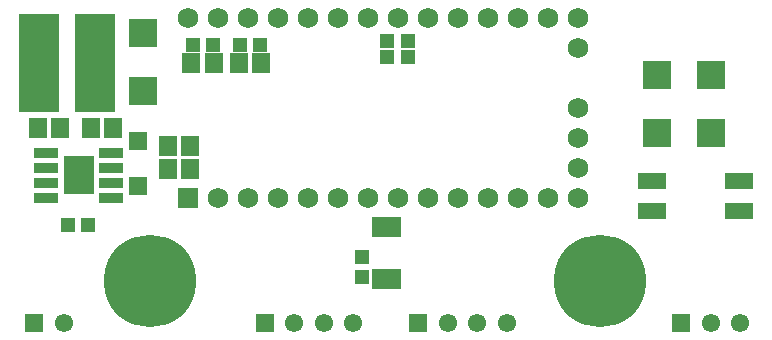
<source format=gts>
G75*
G70*
%OFA0B0*%
%FSLAX24Y24*%
%IPPOS*%
%LPD*%
%AMOC8*
5,1,8,0,0,1.08239X$1,22.5*
%
%ADD10R,0.0198X0.0651*%
%ADD11R,0.0830X0.0320*%
%ADD12R,0.1030X0.1300*%
%ADD13R,0.0592X0.0671*%
%ADD14R,0.1379X0.3308*%
%ADD15R,0.0631X0.0631*%
%ADD16R,0.0930X0.0970*%
%ADD17R,0.0474X0.0513*%
%ADD18R,0.0680X0.0680*%
%ADD19C,0.0680*%
%ADD20R,0.0513X0.0474*%
%ADD21R,0.0950X0.0552*%
%ADD22R,0.0611X0.0611*%
%ADD23C,0.0611*%
%ADD24C,0.3080*%
D10*
X013031Y005225D03*
X013228Y005225D03*
X013425Y005225D03*
X013622Y005225D03*
X013818Y005225D03*
X013818Y006957D03*
X013622Y006957D03*
X013425Y006957D03*
X013228Y006957D03*
X013031Y006957D03*
D11*
X004256Y007923D03*
X004256Y008423D03*
X004256Y008923D03*
X004256Y009423D03*
X002066Y009423D03*
X002066Y008923D03*
X002066Y008423D03*
X002066Y007923D03*
D12*
X003161Y008673D03*
D13*
X003574Y010248D03*
X004322Y010248D03*
X002551Y010248D03*
X001803Y010248D03*
X006133Y009658D03*
X006881Y009658D03*
X006881Y008870D03*
X006133Y008870D03*
X006921Y012414D03*
X007669Y012414D03*
X008496Y012414D03*
X009244Y012414D03*
D14*
X003692Y012414D03*
X001842Y012414D03*
D15*
X005129Y009815D03*
X005129Y008319D03*
D16*
X005307Y011477D03*
X005307Y013397D03*
X022452Y011996D03*
X024224Y011996D03*
X024224Y010076D03*
X022452Y010076D03*
D17*
X014126Y012610D03*
X014126Y013142D03*
X013456Y013142D03*
X013456Y012610D03*
X003484Y007020D03*
X002814Y007020D03*
X012610Y005957D03*
X012610Y005288D03*
D18*
X006799Y007902D03*
D19*
X007799Y007902D03*
X008799Y007902D03*
X009799Y007902D03*
X010799Y007902D03*
X011799Y007902D03*
X012799Y007902D03*
X013799Y007902D03*
X014799Y007902D03*
X015799Y007902D03*
X016799Y007902D03*
X017799Y007902D03*
X018799Y007902D03*
X019799Y007902D03*
X019799Y008902D03*
X019799Y009902D03*
X019799Y010902D03*
X019799Y012902D03*
X019799Y013902D03*
X018799Y013902D03*
X017799Y013902D03*
X016799Y013902D03*
X015799Y013902D03*
X014799Y013902D03*
X013799Y013902D03*
X012799Y013902D03*
X011799Y013902D03*
X010799Y013902D03*
X009799Y013902D03*
X008799Y013902D03*
X007799Y013902D03*
X006799Y013902D03*
D20*
X006960Y013004D03*
X007629Y013004D03*
X008535Y013004D03*
X009204Y013004D03*
D21*
X022275Y008477D03*
X022275Y007492D03*
X025189Y007492D03*
X025189Y008477D03*
D22*
X001685Y003752D03*
X009362Y003752D03*
X014480Y003752D03*
X023240Y003752D03*
D23*
X024224Y003752D03*
X025208Y003752D03*
X017433Y003752D03*
X016448Y003752D03*
X015464Y003752D03*
X012314Y003752D03*
X011330Y003752D03*
X010346Y003752D03*
X002669Y003752D03*
D24*
X005523Y005130D03*
X020523Y005130D03*
M02*

</source>
